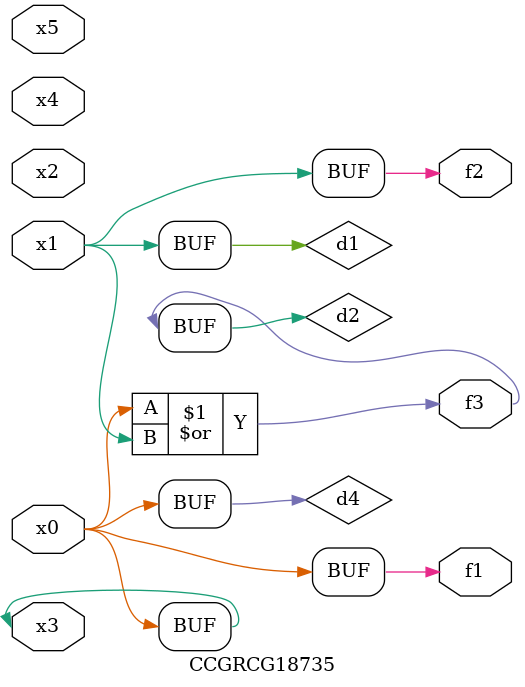
<source format=v>
module CCGRCG18735(
	input x0, x1, x2, x3, x4, x5,
	output f1, f2, f3
);

	wire d1, d2, d3, d4;

	and (d1, x1);
	or (d2, x0, x1);
	nand (d3, x0, x5);
	buf (d4, x0, x3);
	assign f1 = d4;
	assign f2 = d1;
	assign f3 = d2;
endmodule

</source>
